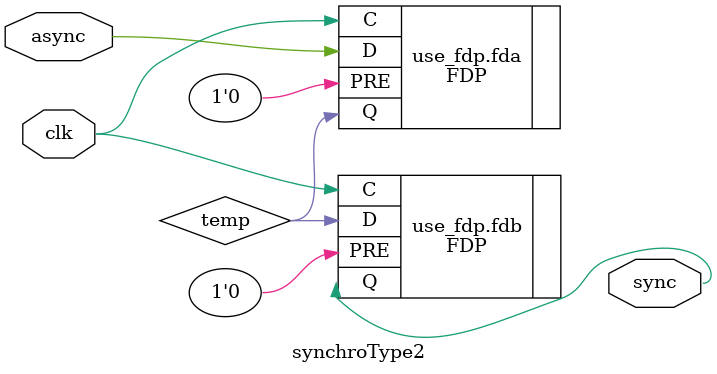
<source format=v>

`timescale 1 ns / 1 ps


module synchroType2
  #(
  parameter          INITIALIZE = "LOGIC1"
  )

  (
  input  wire        async,
  input  wire        clk,
  output wire        sync
  );

  //******************************************************************//
  // Synchronizer.                                                    //
  //******************************************************************//

  wire        temp;

  generate
    if (INITIALIZE == "LOGIC1")
    begin : use_fdp
      FDP fda (.Q(temp),.D(async),.C(clk),.PRE(1'b0));
      FDP fdb (.Q(sync),.D(temp),.C(clk),.PRE(1'b0));
    end
    else
    begin : use_fdc
      FDC fda (.Q(temp),.D(async),.C(clk),.CLR(1'b0));
      FDC fdb (.Q(sync),.D(temp),.C(clk),.CLR(1'b0));
    end
  endgenerate

  // synthesis attribute ASYNC_REG of fda is "TRUE";
  // synthesis attribute ASYNC_REG of fdb is "TRUE";
  // synthesis attribute HU_SET of fda is "SYNC";
  // synthesis attribute HU_SET of fdb is "SYNC";
  // synthesis attribute RLOC of fda is "X0Y0";
  // synthesis attribute RLOC of fdb is "X0Y0";

  //******************************************************************//
  //                                                                  //
  //******************************************************************//

endmodule
</source>
